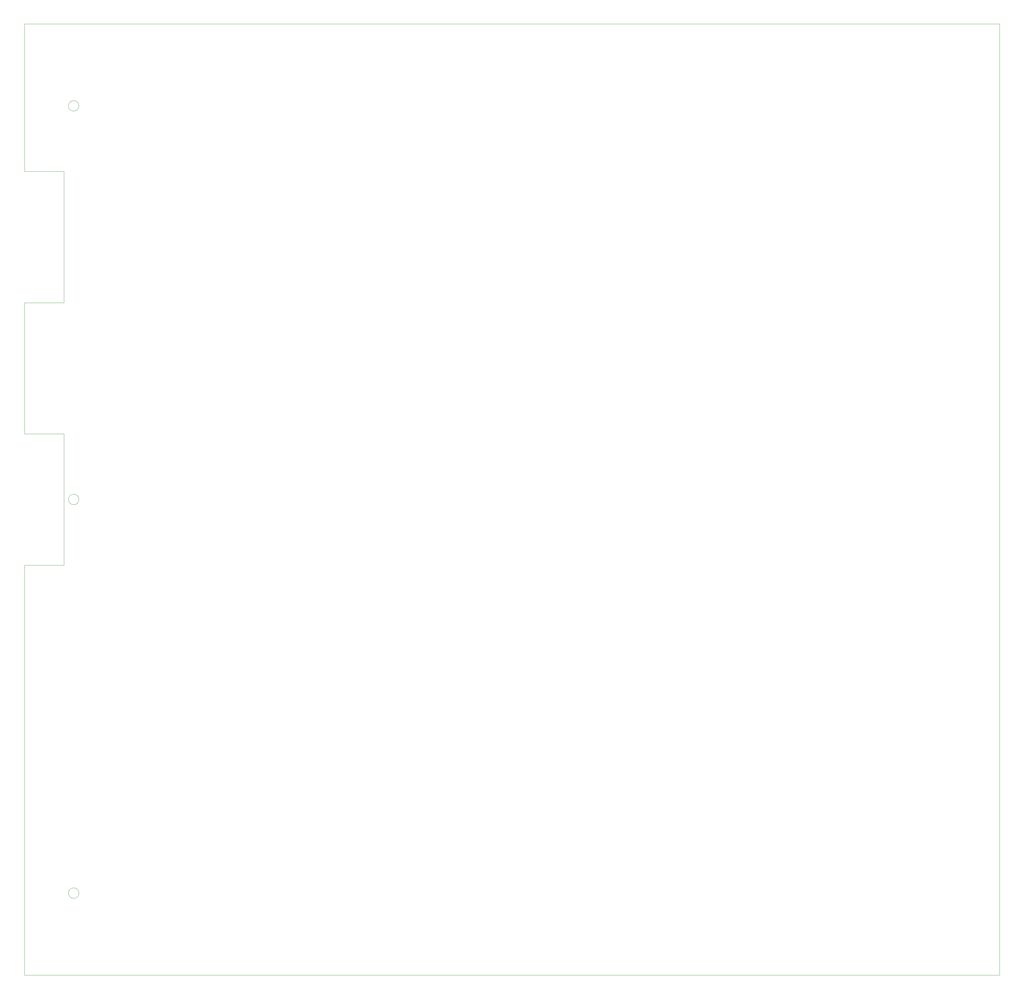
<source format=gbr>
%TF.GenerationSoftware,KiCad,Pcbnew,8.0.2-1*%
%TF.CreationDate,2024-10-01T13:29:15-04:00*%
%TF.ProjectId,EvenLayers_1.3mm_SiPM,4576656e-4c61-4796-9572-735f312e336d,rev?*%
%TF.SameCoordinates,Original*%
%TF.FileFunction,Profile,NP*%
%FSLAX46Y46*%
G04 Gerber Fmt 4.6, Leading zero omitted, Abs format (unit mm)*
G04 Created by KiCad (PCBNEW 8.0.2-1) date 2024-10-01 13:29:15*
%MOMM*%
%LPD*%
G01*
G04 APERTURE LIST*
%TA.AperFunction,Profile*%
%ADD10C,0.100000*%
%TD*%
%TA.AperFunction,Profile*%
%ADD11C,0.050000*%
%TD*%
G04 APERTURE END LIST*
D10*
X71600000Y-300000000D02*
G75*
G02*
X68400000Y-300000000I-1600000J0D01*
G01*
X68400000Y-300000000D02*
G75*
G02*
X71600000Y-300000000I1600000J0D01*
G01*
X71600000Y-60000000D02*
G75*
G02*
X68400000Y-60000000I-1600000J0D01*
G01*
X68400000Y-60000000D02*
G75*
G02*
X71600000Y-60000000I1600000J0D01*
G01*
D11*
X55000000Y-200000000D02*
X55000000Y-325000000D01*
X67000000Y-160000000D02*
X55000000Y-160000000D01*
X55000000Y-120000000D02*
X55000000Y-160000000D01*
X55000000Y-200000000D02*
X65000000Y-200000000D01*
X55000000Y-35000000D02*
X352000000Y-35000000D01*
X67000000Y-80000000D02*
X55000000Y-80000000D01*
X55000000Y-80000000D02*
X55000000Y-35000000D01*
D10*
X71600000Y-180000000D02*
G75*
G02*
X68400000Y-180000000I-1600000J0D01*
G01*
X68400000Y-180000000D02*
G75*
G02*
X71600000Y-180000000I1600000J0D01*
G01*
D11*
X55000000Y-120000000D02*
X67000000Y-120000000D01*
X67000000Y-120000000D02*
X67000000Y-80000000D01*
X352000000Y-35000000D02*
X352000000Y-325000000D01*
X67000000Y-200000000D02*
X65000000Y-200000000D01*
X67000000Y-200000000D02*
X67000000Y-160000000D01*
X352000000Y-325000000D02*
X55000000Y-325000000D01*
M02*

</source>
